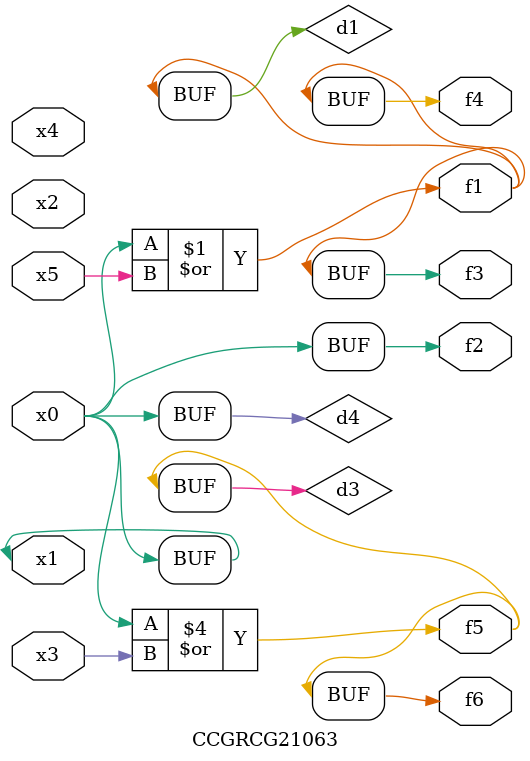
<source format=v>
module CCGRCG21063(
	input x0, x1, x2, x3, x4, x5,
	output f1, f2, f3, f4, f5, f6
);

	wire d1, d2, d3, d4;

	or (d1, x0, x5);
	xnor (d2, x1, x4);
	or (d3, x0, x3);
	buf (d4, x0, x1);
	assign f1 = d1;
	assign f2 = d4;
	assign f3 = d1;
	assign f4 = d1;
	assign f5 = d3;
	assign f6 = d3;
endmodule

</source>
